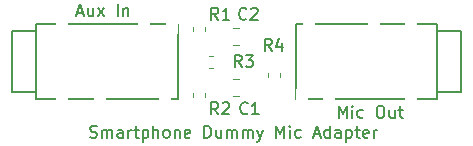
<source format=gto>
%TF.GenerationSoftware,KiCad,Pcbnew,(5.1.6)-1*%
%TF.CreationDate,2020-08-02T04:50:32+09:00*%
%TF.ProjectId,DummyMic,44756d6d-794d-4696-932e-6b696361645f,rev?*%
%TF.SameCoordinates,Original*%
%TF.FileFunction,Legend,Top*%
%TF.FilePolarity,Positive*%
%FSLAX46Y46*%
G04 Gerber Fmt 4.6, Leading zero omitted, Abs format (unit mm)*
G04 Created by KiCad (PCBNEW (5.1.6)-1) date 2020-08-02 04:50:32*
%MOMM*%
%LPD*%
G01*
G04 APERTURE LIST*
%ADD10C,0.150000*%
%ADD11C,0.120000*%
%ADD12R,1.100000X2.900000*%
%ADD13C,1.624000*%
G04 APERTURE END LIST*
D10*
X166057142Y-77752380D02*
X166057142Y-76752380D01*
X166390476Y-77466666D01*
X166723809Y-76752380D01*
X166723809Y-77752380D01*
X167200000Y-77752380D02*
X167200000Y-77085714D01*
X167200000Y-76752380D02*
X167152380Y-76800000D01*
X167200000Y-76847619D01*
X167247619Y-76800000D01*
X167200000Y-76752380D01*
X167200000Y-76847619D01*
X168104761Y-77704761D02*
X168009523Y-77752380D01*
X167819047Y-77752380D01*
X167723809Y-77704761D01*
X167676190Y-77657142D01*
X167628571Y-77561904D01*
X167628571Y-77276190D01*
X167676190Y-77180952D01*
X167723809Y-77133333D01*
X167819047Y-77085714D01*
X168009523Y-77085714D01*
X168104761Y-77133333D01*
X169485714Y-76752380D02*
X169676190Y-76752380D01*
X169771428Y-76800000D01*
X169866666Y-76895238D01*
X169914285Y-77085714D01*
X169914285Y-77419047D01*
X169866666Y-77609523D01*
X169771428Y-77704761D01*
X169676190Y-77752380D01*
X169485714Y-77752380D01*
X169390476Y-77704761D01*
X169295238Y-77609523D01*
X169247619Y-77419047D01*
X169247619Y-77085714D01*
X169295238Y-76895238D01*
X169390476Y-76800000D01*
X169485714Y-76752380D01*
X170771428Y-77085714D02*
X170771428Y-77752380D01*
X170342857Y-77085714D02*
X170342857Y-77609523D01*
X170390476Y-77704761D01*
X170485714Y-77752380D01*
X170628571Y-77752380D01*
X170723809Y-77704761D01*
X170771428Y-77657142D01*
X171104761Y-77085714D02*
X171485714Y-77085714D01*
X171247619Y-76752380D02*
X171247619Y-77609523D01*
X171295238Y-77704761D01*
X171390476Y-77752380D01*
X171485714Y-77752380D01*
X143933333Y-68866666D02*
X144409523Y-68866666D01*
X143838095Y-69152380D02*
X144171428Y-68152380D01*
X144504761Y-69152380D01*
X145266666Y-68485714D02*
X145266666Y-69152380D01*
X144838095Y-68485714D02*
X144838095Y-69009523D01*
X144885714Y-69104761D01*
X144980952Y-69152380D01*
X145123809Y-69152380D01*
X145219047Y-69104761D01*
X145266666Y-69057142D01*
X145647619Y-69152380D02*
X146171428Y-68485714D01*
X145647619Y-68485714D02*
X146171428Y-69152380D01*
X147314285Y-69152380D02*
X147314285Y-68152380D01*
X147790476Y-68485714D02*
X147790476Y-69152380D01*
X147790476Y-68580952D02*
X147838095Y-68533333D01*
X147933333Y-68485714D01*
X148076190Y-68485714D01*
X148171428Y-68533333D01*
X148219047Y-68628571D01*
X148219047Y-69152380D01*
X145004761Y-79398761D02*
X145147619Y-79446380D01*
X145385714Y-79446380D01*
X145480952Y-79398761D01*
X145528571Y-79351142D01*
X145576190Y-79255904D01*
X145576190Y-79160666D01*
X145528571Y-79065428D01*
X145480952Y-79017809D01*
X145385714Y-78970190D01*
X145195238Y-78922571D01*
X145100000Y-78874952D01*
X145052380Y-78827333D01*
X145004761Y-78732095D01*
X145004761Y-78636857D01*
X145052380Y-78541619D01*
X145100000Y-78494000D01*
X145195238Y-78446380D01*
X145433333Y-78446380D01*
X145576190Y-78494000D01*
X146004761Y-79446380D02*
X146004761Y-78779714D01*
X146004761Y-78874952D02*
X146052380Y-78827333D01*
X146147619Y-78779714D01*
X146290476Y-78779714D01*
X146385714Y-78827333D01*
X146433333Y-78922571D01*
X146433333Y-79446380D01*
X146433333Y-78922571D02*
X146480952Y-78827333D01*
X146576190Y-78779714D01*
X146719047Y-78779714D01*
X146814285Y-78827333D01*
X146861904Y-78922571D01*
X146861904Y-79446380D01*
X147766666Y-79446380D02*
X147766666Y-78922571D01*
X147719047Y-78827333D01*
X147623809Y-78779714D01*
X147433333Y-78779714D01*
X147338095Y-78827333D01*
X147766666Y-79398761D02*
X147671428Y-79446380D01*
X147433333Y-79446380D01*
X147338095Y-79398761D01*
X147290476Y-79303523D01*
X147290476Y-79208285D01*
X147338095Y-79113047D01*
X147433333Y-79065428D01*
X147671428Y-79065428D01*
X147766666Y-79017809D01*
X148242857Y-79446380D02*
X148242857Y-78779714D01*
X148242857Y-78970190D02*
X148290476Y-78874952D01*
X148338095Y-78827333D01*
X148433333Y-78779714D01*
X148528571Y-78779714D01*
X148719047Y-78779714D02*
X149100000Y-78779714D01*
X148861904Y-78446380D02*
X148861904Y-79303523D01*
X148909523Y-79398761D01*
X149004761Y-79446380D01*
X149100000Y-79446380D01*
X149433333Y-78779714D02*
X149433333Y-79779714D01*
X149433333Y-78827333D02*
X149528571Y-78779714D01*
X149719047Y-78779714D01*
X149814285Y-78827333D01*
X149861904Y-78874952D01*
X149909523Y-78970190D01*
X149909523Y-79255904D01*
X149861904Y-79351142D01*
X149814285Y-79398761D01*
X149719047Y-79446380D01*
X149528571Y-79446380D01*
X149433333Y-79398761D01*
X150338095Y-79446380D02*
X150338095Y-78446380D01*
X150766666Y-79446380D02*
X150766666Y-78922571D01*
X150719047Y-78827333D01*
X150623809Y-78779714D01*
X150480952Y-78779714D01*
X150385714Y-78827333D01*
X150338095Y-78874952D01*
X151385714Y-79446380D02*
X151290476Y-79398761D01*
X151242857Y-79351142D01*
X151195238Y-79255904D01*
X151195238Y-78970190D01*
X151242857Y-78874952D01*
X151290476Y-78827333D01*
X151385714Y-78779714D01*
X151528571Y-78779714D01*
X151623809Y-78827333D01*
X151671428Y-78874952D01*
X151719047Y-78970190D01*
X151719047Y-79255904D01*
X151671428Y-79351142D01*
X151623809Y-79398761D01*
X151528571Y-79446380D01*
X151385714Y-79446380D01*
X152147619Y-78779714D02*
X152147619Y-79446380D01*
X152147619Y-78874952D02*
X152195238Y-78827333D01*
X152290476Y-78779714D01*
X152433333Y-78779714D01*
X152528571Y-78827333D01*
X152576190Y-78922571D01*
X152576190Y-79446380D01*
X153433333Y-79398761D02*
X153338095Y-79446380D01*
X153147619Y-79446380D01*
X153052380Y-79398761D01*
X153004761Y-79303523D01*
X153004761Y-78922571D01*
X153052380Y-78827333D01*
X153147619Y-78779714D01*
X153338095Y-78779714D01*
X153433333Y-78827333D01*
X153480952Y-78922571D01*
X153480952Y-79017809D01*
X153004761Y-79113047D01*
X154671428Y-79446380D02*
X154671428Y-78446380D01*
X154909523Y-78446380D01*
X155052380Y-78494000D01*
X155147619Y-78589238D01*
X155195238Y-78684476D01*
X155242857Y-78874952D01*
X155242857Y-79017809D01*
X155195238Y-79208285D01*
X155147619Y-79303523D01*
X155052380Y-79398761D01*
X154909523Y-79446380D01*
X154671428Y-79446380D01*
X156100000Y-78779714D02*
X156100000Y-79446380D01*
X155671428Y-78779714D02*
X155671428Y-79303523D01*
X155719047Y-79398761D01*
X155814285Y-79446380D01*
X155957142Y-79446380D01*
X156052380Y-79398761D01*
X156100000Y-79351142D01*
X156576190Y-79446380D02*
X156576190Y-78779714D01*
X156576190Y-78874952D02*
X156623809Y-78827333D01*
X156719047Y-78779714D01*
X156861904Y-78779714D01*
X156957142Y-78827333D01*
X157004761Y-78922571D01*
X157004761Y-79446380D01*
X157004761Y-78922571D02*
X157052380Y-78827333D01*
X157147619Y-78779714D01*
X157290476Y-78779714D01*
X157385714Y-78827333D01*
X157433333Y-78922571D01*
X157433333Y-79446380D01*
X157909523Y-79446380D02*
X157909523Y-78779714D01*
X157909523Y-78874952D02*
X157957142Y-78827333D01*
X158052380Y-78779714D01*
X158195238Y-78779714D01*
X158290476Y-78827333D01*
X158338095Y-78922571D01*
X158338095Y-79446380D01*
X158338095Y-78922571D02*
X158385714Y-78827333D01*
X158480952Y-78779714D01*
X158623809Y-78779714D01*
X158719047Y-78827333D01*
X158766666Y-78922571D01*
X158766666Y-79446380D01*
X159147619Y-78779714D02*
X159385714Y-79446380D01*
X159623809Y-78779714D02*
X159385714Y-79446380D01*
X159290476Y-79684476D01*
X159242857Y-79732095D01*
X159147619Y-79779714D01*
X160766666Y-79446380D02*
X160766666Y-78446380D01*
X161100000Y-79160666D01*
X161433333Y-78446380D01*
X161433333Y-79446380D01*
X161909523Y-79446380D02*
X161909523Y-78779714D01*
X161909523Y-78446380D02*
X161861904Y-78494000D01*
X161909523Y-78541619D01*
X161957142Y-78494000D01*
X161909523Y-78446380D01*
X161909523Y-78541619D01*
X162814285Y-79398761D02*
X162719047Y-79446380D01*
X162528571Y-79446380D01*
X162433333Y-79398761D01*
X162385714Y-79351142D01*
X162338095Y-79255904D01*
X162338095Y-78970190D01*
X162385714Y-78874952D01*
X162433333Y-78827333D01*
X162528571Y-78779714D01*
X162719047Y-78779714D01*
X162814285Y-78827333D01*
X163957142Y-79160666D02*
X164433333Y-79160666D01*
X163861904Y-79446380D02*
X164195238Y-78446380D01*
X164528571Y-79446380D01*
X165290476Y-79446380D02*
X165290476Y-78446380D01*
X165290476Y-79398761D02*
X165195238Y-79446380D01*
X165004761Y-79446380D01*
X164909523Y-79398761D01*
X164861904Y-79351142D01*
X164814285Y-79255904D01*
X164814285Y-78970190D01*
X164861904Y-78874952D01*
X164909523Y-78827333D01*
X165004761Y-78779714D01*
X165195238Y-78779714D01*
X165290476Y-78827333D01*
X166195238Y-79446380D02*
X166195238Y-78922571D01*
X166147619Y-78827333D01*
X166052380Y-78779714D01*
X165861904Y-78779714D01*
X165766666Y-78827333D01*
X166195238Y-79398761D02*
X166100000Y-79446380D01*
X165861904Y-79446380D01*
X165766666Y-79398761D01*
X165719047Y-79303523D01*
X165719047Y-79208285D01*
X165766666Y-79113047D01*
X165861904Y-79065428D01*
X166100000Y-79065428D01*
X166195238Y-79017809D01*
X166671428Y-78779714D02*
X166671428Y-79779714D01*
X166671428Y-78827333D02*
X166766666Y-78779714D01*
X166957142Y-78779714D01*
X167052380Y-78827333D01*
X167100000Y-78874952D01*
X167147619Y-78970190D01*
X167147619Y-79255904D01*
X167100000Y-79351142D01*
X167052380Y-79398761D01*
X166957142Y-79446380D01*
X166766666Y-79446380D01*
X166671428Y-79398761D01*
X167433333Y-78779714D02*
X167814285Y-78779714D01*
X167576190Y-78446380D02*
X167576190Y-79303523D01*
X167623809Y-79398761D01*
X167719047Y-79446380D01*
X167814285Y-79446380D01*
X168528571Y-79398761D02*
X168433333Y-79446380D01*
X168242857Y-79446380D01*
X168147619Y-79398761D01*
X168099999Y-79303523D01*
X168099999Y-78922571D01*
X168147619Y-78827333D01*
X168242857Y-78779714D01*
X168433333Y-78779714D01*
X168528571Y-78827333D01*
X168576190Y-78922571D01*
X168576190Y-79017809D01*
X168099999Y-79113047D01*
X169004761Y-79446380D02*
X169004761Y-78779714D01*
X169004761Y-78970190D02*
X169052380Y-78874952D01*
X169099999Y-78827333D01*
X169195238Y-78779714D01*
X169290476Y-78779714D01*
D11*
%TO.C,R4*%
X161038000Y-73996733D02*
X161038000Y-74339267D01*
X160018000Y-73996733D02*
X160018000Y-74339267D01*
%TO.C,R3*%
X155365267Y-73535000D02*
X155022733Y-73535000D01*
X155365267Y-72515000D02*
X155022733Y-72515000D01*
%TO.C,R2*%
X154688000Y-75633733D02*
X154688000Y-75976267D01*
X153668000Y-75633733D02*
X153668000Y-75976267D01*
%TO.C,R1*%
X153668000Y-70402267D02*
X153668000Y-70059733D01*
X154688000Y-70402267D02*
X154688000Y-70059733D01*
D10*
%TO.C,J2*%
X176400000Y-70400000D02*
X174400000Y-70400000D01*
X176400000Y-75600000D02*
X176400000Y-70400000D01*
X174400000Y-75600000D02*
X176400000Y-75600000D01*
X162400000Y-69800000D02*
X174400000Y-69800000D01*
X162400000Y-76200000D02*
X162400000Y-69800000D01*
X174400000Y-76200000D02*
X162400000Y-76200000D01*
X174400000Y-73000000D02*
X174400000Y-69800000D01*
X174400000Y-73000000D02*
X174400000Y-76200000D01*
%TO.C,J1*%
X138395000Y-75600000D02*
X140395000Y-75600000D01*
X138395000Y-70400000D02*
X138395000Y-75600000D01*
X140395000Y-70400000D02*
X138395000Y-70400000D01*
X152395000Y-76200000D02*
X140395000Y-76200000D01*
X152395000Y-69800000D02*
X152395000Y-76200000D01*
X140395000Y-69800000D02*
X152395000Y-69800000D01*
X140395000Y-73000000D02*
X140395000Y-76200000D01*
X140395000Y-73000000D02*
X140395000Y-69800000D01*
D11*
%TO.C,C2*%
X157614252Y-71576000D02*
X157091748Y-71576000D01*
X157614252Y-70156000D02*
X157091748Y-70156000D01*
%TO.C,C1*%
X157614252Y-75894000D02*
X157091748Y-75894000D01*
X157614252Y-74474000D02*
X157091748Y-74474000D01*
%TO.C,R4*%
D10*
X160361333Y-72080380D02*
X160028000Y-71604190D01*
X159789904Y-72080380D02*
X159789904Y-71080380D01*
X160170857Y-71080380D01*
X160266095Y-71128000D01*
X160313714Y-71175619D01*
X160361333Y-71270857D01*
X160361333Y-71413714D01*
X160313714Y-71508952D01*
X160266095Y-71556571D01*
X160170857Y-71604190D01*
X159789904Y-71604190D01*
X161218476Y-71413714D02*
X161218476Y-72080380D01*
X160980380Y-71032761D02*
X160742285Y-71747047D01*
X161361333Y-71747047D01*
%TO.C,R3*%
X157821333Y-73452380D02*
X157488000Y-72976190D01*
X157249904Y-73452380D02*
X157249904Y-72452380D01*
X157630857Y-72452380D01*
X157726095Y-72500000D01*
X157773714Y-72547619D01*
X157821333Y-72642857D01*
X157821333Y-72785714D01*
X157773714Y-72880952D01*
X157726095Y-72928571D01*
X157630857Y-72976190D01*
X157249904Y-72976190D01*
X158154666Y-72452380D02*
X158773714Y-72452380D01*
X158440380Y-72833333D01*
X158583238Y-72833333D01*
X158678476Y-72880952D01*
X158726095Y-72928571D01*
X158773714Y-73023809D01*
X158773714Y-73261904D01*
X158726095Y-73357142D01*
X158678476Y-73404761D01*
X158583238Y-73452380D01*
X158297523Y-73452380D01*
X158202285Y-73404761D01*
X158154666Y-73357142D01*
%TO.C,R2*%
X155833333Y-77452380D02*
X155500000Y-76976190D01*
X155261904Y-77452380D02*
X155261904Y-76452380D01*
X155642857Y-76452380D01*
X155738095Y-76500000D01*
X155785714Y-76547619D01*
X155833333Y-76642857D01*
X155833333Y-76785714D01*
X155785714Y-76880952D01*
X155738095Y-76928571D01*
X155642857Y-76976190D01*
X155261904Y-76976190D01*
X156214285Y-76547619D02*
X156261904Y-76500000D01*
X156357142Y-76452380D01*
X156595238Y-76452380D01*
X156690476Y-76500000D01*
X156738095Y-76547619D01*
X156785714Y-76642857D01*
X156785714Y-76738095D01*
X156738095Y-76880952D01*
X156166666Y-77452380D01*
X156785714Y-77452380D01*
%TO.C,R1*%
X155833333Y-69452380D02*
X155500000Y-68976190D01*
X155261904Y-69452380D02*
X155261904Y-68452380D01*
X155642857Y-68452380D01*
X155738095Y-68500000D01*
X155785714Y-68547619D01*
X155833333Y-68642857D01*
X155833333Y-68785714D01*
X155785714Y-68880952D01*
X155738095Y-68928571D01*
X155642857Y-68976190D01*
X155261904Y-68976190D01*
X156785714Y-69452380D02*
X156214285Y-69452380D01*
X156500000Y-69452380D02*
X156500000Y-68452380D01*
X156404761Y-68595238D01*
X156309523Y-68690476D01*
X156214285Y-68738095D01*
%TO.C,C2*%
X158233333Y-69357142D02*
X158185714Y-69404761D01*
X158042857Y-69452380D01*
X157947619Y-69452380D01*
X157804761Y-69404761D01*
X157709523Y-69309523D01*
X157661904Y-69214285D01*
X157614285Y-69023809D01*
X157614285Y-68880952D01*
X157661904Y-68690476D01*
X157709523Y-68595238D01*
X157804761Y-68500000D01*
X157947619Y-68452380D01*
X158042857Y-68452380D01*
X158185714Y-68500000D01*
X158233333Y-68547619D01*
X158614285Y-68547619D02*
X158661904Y-68500000D01*
X158757142Y-68452380D01*
X158995238Y-68452380D01*
X159090476Y-68500000D01*
X159138095Y-68547619D01*
X159185714Y-68642857D01*
X159185714Y-68738095D01*
X159138095Y-68880952D01*
X158566666Y-69452380D01*
X159185714Y-69452380D01*
%TO.C,C1*%
X158329333Y-77357142D02*
X158281714Y-77404761D01*
X158138857Y-77452380D01*
X158043619Y-77452380D01*
X157900761Y-77404761D01*
X157805523Y-77309523D01*
X157757904Y-77214285D01*
X157710285Y-77023809D01*
X157710285Y-76880952D01*
X157757904Y-76690476D01*
X157805523Y-76595238D01*
X157900761Y-76500000D01*
X158043619Y-76452380D01*
X158138857Y-76452380D01*
X158281714Y-76500000D01*
X158329333Y-76547619D01*
X159281714Y-77452380D02*
X158710285Y-77452380D01*
X158996000Y-77452380D02*
X158996000Y-76452380D01*
X158900761Y-76595238D01*
X158805523Y-76690476D01*
X158710285Y-76738095D01*
%TD*%
%LPC*%
%TO.C,R4*%
G36*
G01*
X160265500Y-74468000D02*
X160790500Y-74468000D01*
G75*
G02*
X161053000Y-74730500I0J-262500D01*
G01*
X161053000Y-75355500D01*
G75*
G02*
X160790500Y-75618000I-262500J0D01*
G01*
X160265500Y-75618000D01*
G75*
G02*
X160003000Y-75355500I0J262500D01*
G01*
X160003000Y-74730500D01*
G75*
G02*
X160265500Y-74468000I262500J0D01*
G01*
G37*
G36*
G01*
X160265500Y-72718000D02*
X160790500Y-72718000D01*
G75*
G02*
X161053000Y-72980500I0J-262500D01*
G01*
X161053000Y-73605500D01*
G75*
G02*
X160790500Y-73868000I-262500J0D01*
G01*
X160265500Y-73868000D01*
G75*
G02*
X160003000Y-73605500I0J262500D01*
G01*
X160003000Y-72980500D01*
G75*
G02*
X160265500Y-72718000I262500J0D01*
G01*
G37*
%TD*%
%TO.C,R3*%
G36*
G01*
X154894000Y-72762500D02*
X154894000Y-73287500D01*
G75*
G02*
X154631500Y-73550000I-262500J0D01*
G01*
X154006500Y-73550000D01*
G75*
G02*
X153744000Y-73287500I0J262500D01*
G01*
X153744000Y-72762500D01*
G75*
G02*
X154006500Y-72500000I262500J0D01*
G01*
X154631500Y-72500000D01*
G75*
G02*
X154894000Y-72762500I0J-262500D01*
G01*
G37*
G36*
G01*
X156644000Y-72762500D02*
X156644000Y-73287500D01*
G75*
G02*
X156381500Y-73550000I-262500J0D01*
G01*
X155756500Y-73550000D01*
G75*
G02*
X155494000Y-73287500I0J262500D01*
G01*
X155494000Y-72762500D01*
G75*
G02*
X155756500Y-72500000I262500J0D01*
G01*
X156381500Y-72500000D01*
G75*
G02*
X156644000Y-72762500I0J-262500D01*
G01*
G37*
%TD*%
%TO.C,R2*%
G36*
G01*
X153915500Y-76105000D02*
X154440500Y-76105000D01*
G75*
G02*
X154703000Y-76367500I0J-262500D01*
G01*
X154703000Y-76992500D01*
G75*
G02*
X154440500Y-77255000I-262500J0D01*
G01*
X153915500Y-77255000D01*
G75*
G02*
X153653000Y-76992500I0J262500D01*
G01*
X153653000Y-76367500D01*
G75*
G02*
X153915500Y-76105000I262500J0D01*
G01*
G37*
G36*
G01*
X153915500Y-74355000D02*
X154440500Y-74355000D01*
G75*
G02*
X154703000Y-74617500I0J-262500D01*
G01*
X154703000Y-75242500D01*
G75*
G02*
X154440500Y-75505000I-262500J0D01*
G01*
X153915500Y-75505000D01*
G75*
G02*
X153653000Y-75242500I0J262500D01*
G01*
X153653000Y-74617500D01*
G75*
G02*
X153915500Y-74355000I262500J0D01*
G01*
G37*
%TD*%
%TO.C,R1*%
G36*
G01*
X154440500Y-69931000D02*
X153915500Y-69931000D01*
G75*
G02*
X153653000Y-69668500I0J262500D01*
G01*
X153653000Y-69043500D01*
G75*
G02*
X153915500Y-68781000I262500J0D01*
G01*
X154440500Y-68781000D01*
G75*
G02*
X154703000Y-69043500I0J-262500D01*
G01*
X154703000Y-69668500D01*
G75*
G02*
X154440500Y-69931000I-262500J0D01*
G01*
G37*
G36*
G01*
X154440500Y-71681000D02*
X153915500Y-71681000D01*
G75*
G02*
X153653000Y-71418500I0J262500D01*
G01*
X153653000Y-70793500D01*
G75*
G02*
X153915500Y-70531000I262500J0D01*
G01*
X154440500Y-70531000D01*
G75*
G02*
X154703000Y-70793500I0J-262500D01*
G01*
X154703000Y-71418500D01*
G75*
G02*
X154440500Y-71681000I-262500J0D01*
G01*
G37*
%TD*%
D12*
%TO.C,J2*%
X163500000Y-69200000D03*
X169000000Y-69200000D03*
X172200000Y-69200000D03*
X162900000Y-76800000D03*
X165200000Y-76800000D03*
X172200000Y-76800000D03*
D13*
X165000000Y-73000000D03*
X172000000Y-73000000D03*
%TD*%
D12*
%TO.C,J1*%
X151295000Y-76800000D03*
X145795000Y-76800000D03*
X142595000Y-76800000D03*
X151895000Y-69200000D03*
X149595000Y-69200000D03*
X142595000Y-69200000D03*
D13*
X149795000Y-73000000D03*
X142795000Y-73000000D03*
%TD*%
%TO.C,C2*%
G36*
G01*
X156953000Y-70387738D02*
X156953000Y-71344262D01*
G75*
G02*
X156681262Y-71616000I-271738J0D01*
G01*
X155974738Y-71616000D01*
G75*
G02*
X155703000Y-71344262I0J271738D01*
G01*
X155703000Y-70387738D01*
G75*
G02*
X155974738Y-70116000I271738J0D01*
G01*
X156681262Y-70116000D01*
G75*
G02*
X156953000Y-70387738I0J-271738D01*
G01*
G37*
G36*
G01*
X159003000Y-70387738D02*
X159003000Y-71344262D01*
G75*
G02*
X158731262Y-71616000I-271738J0D01*
G01*
X158024738Y-71616000D01*
G75*
G02*
X157753000Y-71344262I0J271738D01*
G01*
X157753000Y-70387738D01*
G75*
G02*
X158024738Y-70116000I271738J0D01*
G01*
X158731262Y-70116000D01*
G75*
G02*
X159003000Y-70387738I0J-271738D01*
G01*
G37*
%TD*%
%TO.C,C1*%
G36*
G01*
X156953000Y-74705738D02*
X156953000Y-75662262D01*
G75*
G02*
X156681262Y-75934000I-271738J0D01*
G01*
X155974738Y-75934000D01*
G75*
G02*
X155703000Y-75662262I0J271738D01*
G01*
X155703000Y-74705738D01*
G75*
G02*
X155974738Y-74434000I271738J0D01*
G01*
X156681262Y-74434000D01*
G75*
G02*
X156953000Y-74705738I0J-271738D01*
G01*
G37*
G36*
G01*
X159003000Y-74705738D02*
X159003000Y-75662262D01*
G75*
G02*
X158731262Y-75934000I-271738J0D01*
G01*
X158024738Y-75934000D01*
G75*
G02*
X157753000Y-75662262I0J271738D01*
G01*
X157753000Y-74705738D01*
G75*
G02*
X158024738Y-74434000I271738J0D01*
G01*
X158731262Y-74434000D01*
G75*
G02*
X159003000Y-74705738I0J-271738D01*
G01*
G37*
%TD*%
M02*

</source>
